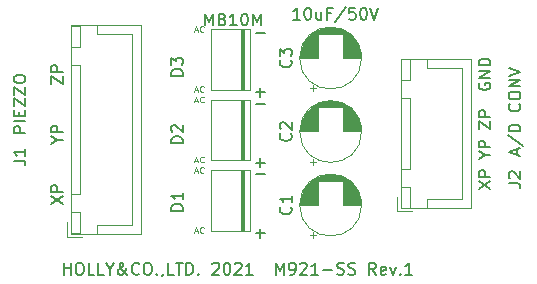
<source format=gbr>
%TF.GenerationSoftware,KiCad,Pcbnew,5.1.6-c6e7f7d~87~ubuntu18.04.1*%
%TF.CreationDate,2021-09-19T16:35:13+09:00*%
%TF.ProjectId,M921-SS,4d393231-2d53-4532-9e6b-696361645f70,1.00*%
%TF.SameCoordinates,Original*%
%TF.FileFunction,Legend,Top*%
%TF.FilePolarity,Positive*%
%FSLAX46Y46*%
G04 Gerber Fmt 4.6, Leading zero omitted, Abs format (unit mm)*
G04 Created by KiCad (PCBNEW 5.1.6-c6e7f7d~87~ubuntu18.04.1) date 2021-09-19 16:35:13*
%MOMM*%
%LPD*%
G01*
G04 APERTURE LIST*
%ADD10C,0.150000*%
%ADD11C,0.120000*%
%ADD12C,0.100000*%
%ADD13C,0.125000*%
G04 APERTURE END LIST*
D10*
X83075714Y-75382380D02*
X83075714Y-74382380D01*
X83075714Y-74858571D02*
X83647142Y-74858571D01*
X83647142Y-75382380D02*
X83647142Y-74382380D01*
X84313809Y-74382380D02*
X84504285Y-74382380D01*
X84599523Y-74430000D01*
X84694761Y-74525238D01*
X84742380Y-74715714D01*
X84742380Y-75049047D01*
X84694761Y-75239523D01*
X84599523Y-75334761D01*
X84504285Y-75382380D01*
X84313809Y-75382380D01*
X84218571Y-75334761D01*
X84123333Y-75239523D01*
X84075714Y-75049047D01*
X84075714Y-74715714D01*
X84123333Y-74525238D01*
X84218571Y-74430000D01*
X84313809Y-74382380D01*
X85647142Y-75382380D02*
X85170952Y-75382380D01*
X85170952Y-74382380D01*
X86456666Y-75382380D02*
X85980476Y-75382380D01*
X85980476Y-74382380D01*
X86980476Y-74906190D02*
X86980476Y-75382380D01*
X86647142Y-74382380D02*
X86980476Y-74906190D01*
X87313809Y-74382380D01*
X88456666Y-75382380D02*
X88409047Y-75382380D01*
X88313809Y-75334761D01*
X88170952Y-75191904D01*
X87932857Y-74906190D01*
X87837619Y-74763333D01*
X87790000Y-74620476D01*
X87790000Y-74525238D01*
X87837619Y-74430000D01*
X87932857Y-74382380D01*
X87980476Y-74382380D01*
X88075714Y-74430000D01*
X88123333Y-74525238D01*
X88123333Y-74572857D01*
X88075714Y-74668095D01*
X88028095Y-74715714D01*
X87742380Y-74906190D01*
X87694761Y-74953809D01*
X87647142Y-75049047D01*
X87647142Y-75191904D01*
X87694761Y-75287142D01*
X87742380Y-75334761D01*
X87837619Y-75382380D01*
X87980476Y-75382380D01*
X88075714Y-75334761D01*
X88123333Y-75287142D01*
X88266190Y-75096666D01*
X88313809Y-74953809D01*
X88313809Y-74858571D01*
X89456666Y-75287142D02*
X89409047Y-75334761D01*
X89266190Y-75382380D01*
X89170952Y-75382380D01*
X89028095Y-75334761D01*
X88932857Y-75239523D01*
X88885238Y-75144285D01*
X88837619Y-74953809D01*
X88837619Y-74810952D01*
X88885238Y-74620476D01*
X88932857Y-74525238D01*
X89028095Y-74430000D01*
X89170952Y-74382380D01*
X89266190Y-74382380D01*
X89409047Y-74430000D01*
X89456666Y-74477619D01*
X90075714Y-74382380D02*
X90266190Y-74382380D01*
X90361428Y-74430000D01*
X90456666Y-74525238D01*
X90504285Y-74715714D01*
X90504285Y-75049047D01*
X90456666Y-75239523D01*
X90361428Y-75334761D01*
X90266190Y-75382380D01*
X90075714Y-75382380D01*
X89980476Y-75334761D01*
X89885238Y-75239523D01*
X89837619Y-75049047D01*
X89837619Y-74715714D01*
X89885238Y-74525238D01*
X89980476Y-74430000D01*
X90075714Y-74382380D01*
X90932857Y-75287142D02*
X90980476Y-75334761D01*
X90932857Y-75382380D01*
X90885238Y-75334761D01*
X90932857Y-75287142D01*
X90932857Y-75382380D01*
X91456666Y-75334761D02*
X91456666Y-75382380D01*
X91409047Y-75477619D01*
X91361428Y-75525238D01*
X92361428Y-75382380D02*
X91885238Y-75382380D01*
X91885238Y-74382380D01*
X92551904Y-74382380D02*
X93123333Y-74382380D01*
X92837619Y-75382380D02*
X92837619Y-74382380D01*
X93456666Y-75382380D02*
X93456666Y-74382380D01*
X93694761Y-74382380D01*
X93837619Y-74430000D01*
X93932857Y-74525238D01*
X93980476Y-74620476D01*
X94028095Y-74810952D01*
X94028095Y-74953809D01*
X93980476Y-75144285D01*
X93932857Y-75239523D01*
X93837619Y-75334761D01*
X93694761Y-75382380D01*
X93456666Y-75382380D01*
X94456666Y-75287142D02*
X94504285Y-75334761D01*
X94456666Y-75382380D01*
X94409047Y-75334761D01*
X94456666Y-75287142D01*
X94456666Y-75382380D01*
X95647142Y-74477619D02*
X95694761Y-74430000D01*
X95790000Y-74382380D01*
X96028095Y-74382380D01*
X96123333Y-74430000D01*
X96170952Y-74477619D01*
X96218571Y-74572857D01*
X96218571Y-74668095D01*
X96170952Y-74810952D01*
X95599523Y-75382380D01*
X96218571Y-75382380D01*
X96837619Y-74382380D02*
X96932857Y-74382380D01*
X97028095Y-74430000D01*
X97075714Y-74477619D01*
X97123333Y-74572857D01*
X97170952Y-74763333D01*
X97170952Y-75001428D01*
X97123333Y-75191904D01*
X97075714Y-75287142D01*
X97028095Y-75334761D01*
X96932857Y-75382380D01*
X96837619Y-75382380D01*
X96742380Y-75334761D01*
X96694761Y-75287142D01*
X96647142Y-75191904D01*
X96599523Y-75001428D01*
X96599523Y-74763333D01*
X96647142Y-74572857D01*
X96694761Y-74477619D01*
X96742380Y-74430000D01*
X96837619Y-74382380D01*
X97551904Y-74477619D02*
X97599523Y-74430000D01*
X97694761Y-74382380D01*
X97932857Y-74382380D01*
X98028095Y-74430000D01*
X98075714Y-74477619D01*
X98123333Y-74572857D01*
X98123333Y-74668095D01*
X98075714Y-74810952D01*
X97504285Y-75382380D01*
X98123333Y-75382380D01*
X99075714Y-75382380D02*
X98504285Y-75382380D01*
X98789999Y-75382380D02*
X98789999Y-74382380D01*
X98694761Y-74525238D01*
X98599523Y-74620476D01*
X98504285Y-74668095D01*
X101028095Y-75382380D02*
X101028095Y-74382380D01*
X101361428Y-75096666D01*
X101694761Y-74382380D01*
X101694761Y-75382380D01*
X102218571Y-75382380D02*
X102409047Y-75382380D01*
X102504285Y-75334761D01*
X102551904Y-75287142D01*
X102647142Y-75144285D01*
X102694761Y-74953809D01*
X102694761Y-74572857D01*
X102647142Y-74477619D01*
X102599523Y-74430000D01*
X102504285Y-74382380D01*
X102313809Y-74382380D01*
X102218571Y-74430000D01*
X102170952Y-74477619D01*
X102123333Y-74572857D01*
X102123333Y-74810952D01*
X102170952Y-74906190D01*
X102218571Y-74953809D01*
X102313809Y-75001428D01*
X102504285Y-75001428D01*
X102599523Y-74953809D01*
X102647142Y-74906190D01*
X102694761Y-74810952D01*
X103075714Y-74477619D02*
X103123333Y-74430000D01*
X103218571Y-74382380D01*
X103456666Y-74382380D01*
X103551904Y-74430000D01*
X103599523Y-74477619D01*
X103647142Y-74572857D01*
X103647142Y-74668095D01*
X103599523Y-74810952D01*
X103028095Y-75382380D01*
X103647142Y-75382380D01*
X104599523Y-75382380D02*
X104028095Y-75382380D01*
X104313809Y-75382380D02*
X104313809Y-74382380D01*
X104218571Y-74525238D01*
X104123333Y-74620476D01*
X104028095Y-74668095D01*
X105028095Y-75001428D02*
X105789999Y-75001428D01*
X106218571Y-75334761D02*
X106361428Y-75382380D01*
X106599523Y-75382380D01*
X106694761Y-75334761D01*
X106742380Y-75287142D01*
X106789999Y-75191904D01*
X106789999Y-75096666D01*
X106742380Y-75001428D01*
X106694761Y-74953809D01*
X106599523Y-74906190D01*
X106409047Y-74858571D01*
X106313809Y-74810952D01*
X106266190Y-74763333D01*
X106218571Y-74668095D01*
X106218571Y-74572857D01*
X106266190Y-74477619D01*
X106313809Y-74430000D01*
X106409047Y-74382380D01*
X106647142Y-74382380D01*
X106789999Y-74430000D01*
X107170952Y-75334761D02*
X107313809Y-75382380D01*
X107551904Y-75382380D01*
X107647142Y-75334761D01*
X107694761Y-75287142D01*
X107742380Y-75191904D01*
X107742380Y-75096666D01*
X107694761Y-75001428D01*
X107647142Y-74953809D01*
X107551904Y-74906190D01*
X107361428Y-74858571D01*
X107266190Y-74810952D01*
X107218571Y-74763333D01*
X107170952Y-74668095D01*
X107170952Y-74572857D01*
X107218571Y-74477619D01*
X107266190Y-74430000D01*
X107361428Y-74382380D01*
X107599523Y-74382380D01*
X107742380Y-74430000D01*
X109504285Y-75382380D02*
X109170952Y-74906190D01*
X108932857Y-75382380D02*
X108932857Y-74382380D01*
X109313809Y-74382380D01*
X109409047Y-74430000D01*
X109456666Y-74477619D01*
X109504285Y-74572857D01*
X109504285Y-74715714D01*
X109456666Y-74810952D01*
X109409047Y-74858571D01*
X109313809Y-74906190D01*
X108932857Y-74906190D01*
X110313809Y-75334761D02*
X110218571Y-75382380D01*
X110028095Y-75382380D01*
X109932857Y-75334761D01*
X109885238Y-75239523D01*
X109885238Y-74858571D01*
X109932857Y-74763333D01*
X110028095Y-74715714D01*
X110218571Y-74715714D01*
X110313809Y-74763333D01*
X110361428Y-74858571D01*
X110361428Y-74953809D01*
X109885238Y-75049047D01*
X110694761Y-74715714D02*
X110932857Y-75382380D01*
X111170952Y-74715714D01*
X111551904Y-75287142D02*
X111599523Y-75334761D01*
X111551904Y-75382380D01*
X111504285Y-75334761D01*
X111551904Y-75287142D01*
X111551904Y-75382380D01*
X112551904Y-75382380D02*
X111980476Y-75382380D01*
X112266190Y-75382380D02*
X112266190Y-74382380D01*
X112170952Y-74525238D01*
X112075714Y-74620476D01*
X111980476Y-74668095D01*
X118245000Y-59181904D02*
X118197380Y-59277142D01*
X118197380Y-59420000D01*
X118245000Y-59562857D01*
X118340238Y-59658095D01*
X118435476Y-59705714D01*
X118625952Y-59753333D01*
X118768809Y-59753333D01*
X118959285Y-59705714D01*
X119054523Y-59658095D01*
X119149761Y-59562857D01*
X119197380Y-59420000D01*
X119197380Y-59324761D01*
X119149761Y-59181904D01*
X119102142Y-59134285D01*
X118768809Y-59134285D01*
X118768809Y-59324761D01*
X119197380Y-58705714D02*
X118197380Y-58705714D01*
X119197380Y-58134285D01*
X118197380Y-58134285D01*
X119197380Y-57658095D02*
X118197380Y-57658095D01*
X118197380Y-57420000D01*
X118245000Y-57277142D01*
X118340238Y-57181904D01*
X118435476Y-57134285D01*
X118625952Y-57086666D01*
X118768809Y-57086666D01*
X118959285Y-57134285D01*
X119054523Y-57181904D01*
X119149761Y-57277142D01*
X119197380Y-57420000D01*
X119197380Y-57658095D01*
X118197380Y-63063333D02*
X118197380Y-62396666D01*
X119197380Y-63063333D01*
X119197380Y-62396666D01*
X119197380Y-62015714D02*
X118197380Y-62015714D01*
X118197380Y-61634761D01*
X118245000Y-61539523D01*
X118292619Y-61491904D01*
X118387857Y-61444285D01*
X118530714Y-61444285D01*
X118625952Y-61491904D01*
X118673571Y-61539523D01*
X118721190Y-61634761D01*
X118721190Y-62015714D01*
X118721190Y-65270000D02*
X119197380Y-65270000D01*
X118197380Y-65603333D02*
X118721190Y-65270000D01*
X118197380Y-64936666D01*
X119197380Y-64603333D02*
X118197380Y-64603333D01*
X118197380Y-64222380D01*
X118245000Y-64127142D01*
X118292619Y-64079523D01*
X118387857Y-64031904D01*
X118530714Y-64031904D01*
X118625952Y-64079523D01*
X118673571Y-64127142D01*
X118721190Y-64222380D01*
X118721190Y-64603333D01*
X118197380Y-68143333D02*
X119197380Y-67476666D01*
X118197380Y-67476666D02*
X119197380Y-68143333D01*
X119197380Y-67095714D02*
X118197380Y-67095714D01*
X118197380Y-66714761D01*
X118245000Y-66619523D01*
X118292619Y-66571904D01*
X118387857Y-66524285D01*
X118530714Y-66524285D01*
X118625952Y-66571904D01*
X118673571Y-66619523D01*
X118721190Y-66714761D01*
X118721190Y-67095714D01*
X82002380Y-59253333D02*
X82002380Y-58586666D01*
X83002380Y-59253333D01*
X83002380Y-58586666D01*
X83002380Y-58205714D02*
X82002380Y-58205714D01*
X82002380Y-57824761D01*
X82050000Y-57729523D01*
X82097619Y-57681904D01*
X82192857Y-57634285D01*
X82335714Y-57634285D01*
X82430952Y-57681904D01*
X82478571Y-57729523D01*
X82526190Y-57824761D01*
X82526190Y-58205714D01*
X82526190Y-64000000D02*
X83002380Y-64000000D01*
X82002380Y-64333333D02*
X82526190Y-64000000D01*
X82002380Y-63666666D01*
X83002380Y-63333333D02*
X82002380Y-63333333D01*
X82002380Y-62952380D01*
X82050000Y-62857142D01*
X82097619Y-62809523D01*
X82192857Y-62761904D01*
X82335714Y-62761904D01*
X82430952Y-62809523D01*
X82478571Y-62857142D01*
X82526190Y-62952380D01*
X82526190Y-63333333D01*
X82002380Y-69413333D02*
X83002380Y-68746666D01*
X82002380Y-68746666D02*
X83002380Y-69413333D01*
X83002380Y-68365714D02*
X82002380Y-68365714D01*
X82002380Y-67984761D01*
X82050000Y-67889523D01*
X82097619Y-67841904D01*
X82192857Y-67794285D01*
X82335714Y-67794285D01*
X82430952Y-67841904D01*
X82478571Y-67889523D01*
X82526190Y-67984761D01*
X82526190Y-68365714D01*
D11*
%TO.C,J2*%
X111586000Y-69743000D02*
X117556000Y-69743000D01*
X117556000Y-69743000D02*
X117556000Y-57123000D01*
X117556000Y-57123000D02*
X111586000Y-57123000D01*
X111586000Y-57123000D02*
X111586000Y-69743000D01*
X111596000Y-66433000D02*
X112346000Y-66433000D01*
X112346000Y-66433000D02*
X112346000Y-60433000D01*
X112346000Y-60433000D02*
X111596000Y-60433000D01*
X111596000Y-60433000D02*
X111596000Y-66433000D01*
X111596000Y-69733000D02*
X112346000Y-69733000D01*
X112346000Y-69733000D02*
X112346000Y-67933000D01*
X112346000Y-67933000D02*
X111596000Y-67933000D01*
X111596000Y-67933000D02*
X111596000Y-69733000D01*
X111596000Y-58933000D02*
X112346000Y-58933000D01*
X112346000Y-58933000D02*
X112346000Y-57133000D01*
X112346000Y-57133000D02*
X111596000Y-57133000D01*
X111596000Y-57133000D02*
X111596000Y-58933000D01*
X113846000Y-69733000D02*
X113846000Y-68983000D01*
X113846000Y-68983000D02*
X116796000Y-68983000D01*
X116796000Y-68983000D02*
X116796000Y-63433000D01*
X113846000Y-57133000D02*
X113846000Y-57883000D01*
X113846000Y-57883000D02*
X116796000Y-57883000D01*
X116796000Y-57883000D02*
X116796000Y-63433000D01*
X111296000Y-68783000D02*
X111296000Y-70033000D01*
X111296000Y-70033000D02*
X112546000Y-70033000D01*
%TO.C,J1*%
X83646000Y-71902000D02*
X89616000Y-71902000D01*
X89616000Y-71902000D02*
X89616000Y-54282000D01*
X89616000Y-54282000D02*
X83646000Y-54282000D01*
X83646000Y-54282000D02*
X83646000Y-71902000D01*
X83656000Y-68592000D02*
X84406000Y-68592000D01*
X84406000Y-68592000D02*
X84406000Y-57592000D01*
X84406000Y-57592000D02*
X83656000Y-57592000D01*
X83656000Y-57592000D02*
X83656000Y-68592000D01*
X83656000Y-71892000D02*
X84406000Y-71892000D01*
X84406000Y-71892000D02*
X84406000Y-70092000D01*
X84406000Y-70092000D02*
X83656000Y-70092000D01*
X83656000Y-70092000D02*
X83656000Y-71892000D01*
X83656000Y-56092000D02*
X84406000Y-56092000D01*
X84406000Y-56092000D02*
X84406000Y-54292000D01*
X84406000Y-54292000D02*
X83656000Y-54292000D01*
X83656000Y-54292000D02*
X83656000Y-56092000D01*
X85906000Y-71892000D02*
X85906000Y-71142000D01*
X85906000Y-71142000D02*
X88856000Y-71142000D01*
X88856000Y-71142000D02*
X88856000Y-63092000D01*
X85906000Y-54292000D02*
X85906000Y-55042000D01*
X85906000Y-55042000D02*
X88856000Y-55042000D01*
X88856000Y-55042000D02*
X88856000Y-63092000D01*
X83356000Y-70942000D02*
X83356000Y-72192000D01*
X83356000Y-72192000D02*
X84606000Y-72192000D01*
%TO.C,D3*%
X95504000Y-59720000D02*
X98806000Y-59720000D01*
X98806000Y-59720000D02*
X98806000Y-54620000D01*
X98806000Y-54610000D02*
X95504000Y-54620000D01*
X95504000Y-54610000D02*
X95504000Y-59710000D01*
D12*
G36*
X98044000Y-54610000D02*
G01*
X98298000Y-54610000D01*
X98298000Y-59690000D01*
X98044000Y-59690000D01*
X98044000Y-54610000D01*
G37*
X98044000Y-54610000D02*
X98298000Y-54610000D01*
X98298000Y-59690000D01*
X98044000Y-59690000D01*
X98044000Y-54610000D01*
D11*
%TO.C,D2*%
X95504000Y-65689000D02*
X98806000Y-65689000D01*
X98806000Y-65689000D02*
X98806000Y-60589000D01*
X98806000Y-60579000D02*
X95504000Y-60589000D01*
X95504000Y-60579000D02*
X95504000Y-65679000D01*
D12*
G36*
X98044000Y-60579000D02*
G01*
X98298000Y-60579000D01*
X98298000Y-65659000D01*
X98044000Y-65659000D01*
X98044000Y-60579000D01*
G37*
X98044000Y-60579000D02*
X98298000Y-60579000D01*
X98298000Y-65659000D01*
X98044000Y-65659000D01*
X98044000Y-60579000D01*
D11*
%TO.C,D1*%
X95504000Y-71658000D02*
X98806000Y-71658000D01*
X98806000Y-71658000D02*
X98806000Y-66558000D01*
X98806000Y-66548000D02*
X95504000Y-66558000D01*
X95504000Y-66548000D02*
X95504000Y-71648000D01*
D12*
G36*
X98044000Y-66548000D02*
G01*
X98298000Y-66548000D01*
X98298000Y-71628000D01*
X98044000Y-71628000D01*
X98044000Y-66548000D01*
G37*
X98044000Y-66548000D02*
X98298000Y-66548000D01*
X98298000Y-71628000D01*
X98044000Y-71628000D01*
X98044000Y-66548000D01*
D11*
%TO.C,C3*%
X108284000Y-57039000D02*
G75*
G03*
X108284000Y-57039000I-2620000J0D01*
G01*
X106704000Y-57039000D02*
X108244000Y-57039000D01*
X103084000Y-57039000D02*
X104624000Y-57039000D01*
X106704000Y-56999000D02*
X108244000Y-56999000D01*
X103084000Y-56999000D02*
X104624000Y-56999000D01*
X103085000Y-56959000D02*
X104624000Y-56959000D01*
X106704000Y-56959000D02*
X108243000Y-56959000D01*
X103086000Y-56919000D02*
X104624000Y-56919000D01*
X106704000Y-56919000D02*
X108242000Y-56919000D01*
X103088000Y-56879000D02*
X104624000Y-56879000D01*
X106704000Y-56879000D02*
X108240000Y-56879000D01*
X103091000Y-56839000D02*
X104624000Y-56839000D01*
X106704000Y-56839000D02*
X108237000Y-56839000D01*
X103095000Y-56799000D02*
X104624000Y-56799000D01*
X106704000Y-56799000D02*
X108233000Y-56799000D01*
X103099000Y-56759000D02*
X104624000Y-56759000D01*
X106704000Y-56759000D02*
X108229000Y-56759000D01*
X103103000Y-56719000D02*
X104624000Y-56719000D01*
X106704000Y-56719000D02*
X108225000Y-56719000D01*
X103108000Y-56679000D02*
X104624000Y-56679000D01*
X106704000Y-56679000D02*
X108220000Y-56679000D01*
X103114000Y-56639000D02*
X104624000Y-56639000D01*
X106704000Y-56639000D02*
X108214000Y-56639000D01*
X103121000Y-56599000D02*
X104624000Y-56599000D01*
X106704000Y-56599000D02*
X108207000Y-56599000D01*
X103128000Y-56559000D02*
X104624000Y-56559000D01*
X106704000Y-56559000D02*
X108200000Y-56559000D01*
X103136000Y-56519000D02*
X104624000Y-56519000D01*
X106704000Y-56519000D02*
X108192000Y-56519000D01*
X103144000Y-56479000D02*
X104624000Y-56479000D01*
X106704000Y-56479000D02*
X108184000Y-56479000D01*
X103153000Y-56439000D02*
X104624000Y-56439000D01*
X106704000Y-56439000D02*
X108175000Y-56439000D01*
X103163000Y-56399000D02*
X104624000Y-56399000D01*
X106704000Y-56399000D02*
X108165000Y-56399000D01*
X103173000Y-56359000D02*
X104624000Y-56359000D01*
X106704000Y-56359000D02*
X108155000Y-56359000D01*
X103184000Y-56318000D02*
X104624000Y-56318000D01*
X106704000Y-56318000D02*
X108144000Y-56318000D01*
X103196000Y-56278000D02*
X104624000Y-56278000D01*
X106704000Y-56278000D02*
X108132000Y-56278000D01*
X103209000Y-56238000D02*
X104624000Y-56238000D01*
X106704000Y-56238000D02*
X108119000Y-56238000D01*
X103222000Y-56198000D02*
X104624000Y-56198000D01*
X106704000Y-56198000D02*
X108106000Y-56198000D01*
X103236000Y-56158000D02*
X104624000Y-56158000D01*
X106704000Y-56158000D02*
X108092000Y-56158000D01*
X103250000Y-56118000D02*
X104624000Y-56118000D01*
X106704000Y-56118000D02*
X108078000Y-56118000D01*
X103266000Y-56078000D02*
X104624000Y-56078000D01*
X106704000Y-56078000D02*
X108062000Y-56078000D01*
X103282000Y-56038000D02*
X104624000Y-56038000D01*
X106704000Y-56038000D02*
X108046000Y-56038000D01*
X103299000Y-55998000D02*
X104624000Y-55998000D01*
X106704000Y-55998000D02*
X108029000Y-55998000D01*
X103316000Y-55958000D02*
X104624000Y-55958000D01*
X106704000Y-55958000D02*
X108012000Y-55958000D01*
X103335000Y-55918000D02*
X104624000Y-55918000D01*
X106704000Y-55918000D02*
X107993000Y-55918000D01*
X103354000Y-55878000D02*
X104624000Y-55878000D01*
X106704000Y-55878000D02*
X107974000Y-55878000D01*
X103374000Y-55838000D02*
X104624000Y-55838000D01*
X106704000Y-55838000D02*
X107954000Y-55838000D01*
X103396000Y-55798000D02*
X104624000Y-55798000D01*
X106704000Y-55798000D02*
X107932000Y-55798000D01*
X103417000Y-55758000D02*
X104624000Y-55758000D01*
X106704000Y-55758000D02*
X107911000Y-55758000D01*
X103440000Y-55718000D02*
X104624000Y-55718000D01*
X106704000Y-55718000D02*
X107888000Y-55718000D01*
X103464000Y-55678000D02*
X104624000Y-55678000D01*
X106704000Y-55678000D02*
X107864000Y-55678000D01*
X103489000Y-55638000D02*
X104624000Y-55638000D01*
X106704000Y-55638000D02*
X107839000Y-55638000D01*
X103515000Y-55598000D02*
X104624000Y-55598000D01*
X106704000Y-55598000D02*
X107813000Y-55598000D01*
X103542000Y-55558000D02*
X104624000Y-55558000D01*
X106704000Y-55558000D02*
X107786000Y-55558000D01*
X103569000Y-55518000D02*
X104624000Y-55518000D01*
X106704000Y-55518000D02*
X107759000Y-55518000D01*
X103599000Y-55478000D02*
X104624000Y-55478000D01*
X106704000Y-55478000D02*
X107729000Y-55478000D01*
X103629000Y-55438000D02*
X104624000Y-55438000D01*
X106704000Y-55438000D02*
X107699000Y-55438000D01*
X103660000Y-55398000D02*
X104624000Y-55398000D01*
X106704000Y-55398000D02*
X107668000Y-55398000D01*
X103693000Y-55358000D02*
X104624000Y-55358000D01*
X106704000Y-55358000D02*
X107635000Y-55358000D01*
X103727000Y-55318000D02*
X104624000Y-55318000D01*
X106704000Y-55318000D02*
X107601000Y-55318000D01*
X103763000Y-55278000D02*
X104624000Y-55278000D01*
X106704000Y-55278000D02*
X107565000Y-55278000D01*
X103800000Y-55238000D02*
X104624000Y-55238000D01*
X106704000Y-55238000D02*
X107528000Y-55238000D01*
X103838000Y-55198000D02*
X104624000Y-55198000D01*
X106704000Y-55198000D02*
X107490000Y-55198000D01*
X103879000Y-55158000D02*
X104624000Y-55158000D01*
X106704000Y-55158000D02*
X107449000Y-55158000D01*
X103921000Y-55118000D02*
X104624000Y-55118000D01*
X106704000Y-55118000D02*
X107407000Y-55118000D01*
X103965000Y-55078000D02*
X104624000Y-55078000D01*
X106704000Y-55078000D02*
X107363000Y-55078000D01*
X104011000Y-55038000D02*
X104624000Y-55038000D01*
X106704000Y-55038000D02*
X107317000Y-55038000D01*
X104059000Y-54998000D02*
X107269000Y-54998000D01*
X104110000Y-54958000D02*
X107218000Y-54958000D01*
X104164000Y-54918000D02*
X107164000Y-54918000D01*
X104221000Y-54878000D02*
X107107000Y-54878000D01*
X104281000Y-54838000D02*
X107047000Y-54838000D01*
X104345000Y-54798000D02*
X106983000Y-54798000D01*
X104413000Y-54758000D02*
X106915000Y-54758000D01*
X104486000Y-54718000D02*
X106842000Y-54718000D01*
X104566000Y-54678000D02*
X106762000Y-54678000D01*
X104653000Y-54638000D02*
X106675000Y-54638000D01*
X104749000Y-54598000D02*
X106579000Y-54598000D01*
X104859000Y-54558000D02*
X106469000Y-54558000D01*
X104987000Y-54518000D02*
X106341000Y-54518000D01*
X105146000Y-54478000D02*
X106182000Y-54478000D01*
X105380000Y-54438000D02*
X105948000Y-54438000D01*
X104189000Y-59843775D02*
X104189000Y-59343775D01*
X103939000Y-59593775D02*
X104439000Y-59593775D01*
%TO.C,C2*%
X108284000Y-63262000D02*
G75*
G03*
X108284000Y-63262000I-2620000J0D01*
G01*
X106704000Y-63262000D02*
X108244000Y-63262000D01*
X103084000Y-63262000D02*
X104624000Y-63262000D01*
X106704000Y-63222000D02*
X108244000Y-63222000D01*
X103084000Y-63222000D02*
X104624000Y-63222000D01*
X103085000Y-63182000D02*
X104624000Y-63182000D01*
X106704000Y-63182000D02*
X108243000Y-63182000D01*
X103086000Y-63142000D02*
X104624000Y-63142000D01*
X106704000Y-63142000D02*
X108242000Y-63142000D01*
X103088000Y-63102000D02*
X104624000Y-63102000D01*
X106704000Y-63102000D02*
X108240000Y-63102000D01*
X103091000Y-63062000D02*
X104624000Y-63062000D01*
X106704000Y-63062000D02*
X108237000Y-63062000D01*
X103095000Y-63022000D02*
X104624000Y-63022000D01*
X106704000Y-63022000D02*
X108233000Y-63022000D01*
X103099000Y-62982000D02*
X104624000Y-62982000D01*
X106704000Y-62982000D02*
X108229000Y-62982000D01*
X103103000Y-62942000D02*
X104624000Y-62942000D01*
X106704000Y-62942000D02*
X108225000Y-62942000D01*
X103108000Y-62902000D02*
X104624000Y-62902000D01*
X106704000Y-62902000D02*
X108220000Y-62902000D01*
X103114000Y-62862000D02*
X104624000Y-62862000D01*
X106704000Y-62862000D02*
X108214000Y-62862000D01*
X103121000Y-62822000D02*
X104624000Y-62822000D01*
X106704000Y-62822000D02*
X108207000Y-62822000D01*
X103128000Y-62782000D02*
X104624000Y-62782000D01*
X106704000Y-62782000D02*
X108200000Y-62782000D01*
X103136000Y-62742000D02*
X104624000Y-62742000D01*
X106704000Y-62742000D02*
X108192000Y-62742000D01*
X103144000Y-62702000D02*
X104624000Y-62702000D01*
X106704000Y-62702000D02*
X108184000Y-62702000D01*
X103153000Y-62662000D02*
X104624000Y-62662000D01*
X106704000Y-62662000D02*
X108175000Y-62662000D01*
X103163000Y-62622000D02*
X104624000Y-62622000D01*
X106704000Y-62622000D02*
X108165000Y-62622000D01*
X103173000Y-62582000D02*
X104624000Y-62582000D01*
X106704000Y-62582000D02*
X108155000Y-62582000D01*
X103184000Y-62541000D02*
X104624000Y-62541000D01*
X106704000Y-62541000D02*
X108144000Y-62541000D01*
X103196000Y-62501000D02*
X104624000Y-62501000D01*
X106704000Y-62501000D02*
X108132000Y-62501000D01*
X103209000Y-62461000D02*
X104624000Y-62461000D01*
X106704000Y-62461000D02*
X108119000Y-62461000D01*
X103222000Y-62421000D02*
X104624000Y-62421000D01*
X106704000Y-62421000D02*
X108106000Y-62421000D01*
X103236000Y-62381000D02*
X104624000Y-62381000D01*
X106704000Y-62381000D02*
X108092000Y-62381000D01*
X103250000Y-62341000D02*
X104624000Y-62341000D01*
X106704000Y-62341000D02*
X108078000Y-62341000D01*
X103266000Y-62301000D02*
X104624000Y-62301000D01*
X106704000Y-62301000D02*
X108062000Y-62301000D01*
X103282000Y-62261000D02*
X104624000Y-62261000D01*
X106704000Y-62261000D02*
X108046000Y-62261000D01*
X103299000Y-62221000D02*
X104624000Y-62221000D01*
X106704000Y-62221000D02*
X108029000Y-62221000D01*
X103316000Y-62181000D02*
X104624000Y-62181000D01*
X106704000Y-62181000D02*
X108012000Y-62181000D01*
X103335000Y-62141000D02*
X104624000Y-62141000D01*
X106704000Y-62141000D02*
X107993000Y-62141000D01*
X103354000Y-62101000D02*
X104624000Y-62101000D01*
X106704000Y-62101000D02*
X107974000Y-62101000D01*
X103374000Y-62061000D02*
X104624000Y-62061000D01*
X106704000Y-62061000D02*
X107954000Y-62061000D01*
X103396000Y-62021000D02*
X104624000Y-62021000D01*
X106704000Y-62021000D02*
X107932000Y-62021000D01*
X103417000Y-61981000D02*
X104624000Y-61981000D01*
X106704000Y-61981000D02*
X107911000Y-61981000D01*
X103440000Y-61941000D02*
X104624000Y-61941000D01*
X106704000Y-61941000D02*
X107888000Y-61941000D01*
X103464000Y-61901000D02*
X104624000Y-61901000D01*
X106704000Y-61901000D02*
X107864000Y-61901000D01*
X103489000Y-61861000D02*
X104624000Y-61861000D01*
X106704000Y-61861000D02*
X107839000Y-61861000D01*
X103515000Y-61821000D02*
X104624000Y-61821000D01*
X106704000Y-61821000D02*
X107813000Y-61821000D01*
X103542000Y-61781000D02*
X104624000Y-61781000D01*
X106704000Y-61781000D02*
X107786000Y-61781000D01*
X103569000Y-61741000D02*
X104624000Y-61741000D01*
X106704000Y-61741000D02*
X107759000Y-61741000D01*
X103599000Y-61701000D02*
X104624000Y-61701000D01*
X106704000Y-61701000D02*
X107729000Y-61701000D01*
X103629000Y-61661000D02*
X104624000Y-61661000D01*
X106704000Y-61661000D02*
X107699000Y-61661000D01*
X103660000Y-61621000D02*
X104624000Y-61621000D01*
X106704000Y-61621000D02*
X107668000Y-61621000D01*
X103693000Y-61581000D02*
X104624000Y-61581000D01*
X106704000Y-61581000D02*
X107635000Y-61581000D01*
X103727000Y-61541000D02*
X104624000Y-61541000D01*
X106704000Y-61541000D02*
X107601000Y-61541000D01*
X103763000Y-61501000D02*
X104624000Y-61501000D01*
X106704000Y-61501000D02*
X107565000Y-61501000D01*
X103800000Y-61461000D02*
X104624000Y-61461000D01*
X106704000Y-61461000D02*
X107528000Y-61461000D01*
X103838000Y-61421000D02*
X104624000Y-61421000D01*
X106704000Y-61421000D02*
X107490000Y-61421000D01*
X103879000Y-61381000D02*
X104624000Y-61381000D01*
X106704000Y-61381000D02*
X107449000Y-61381000D01*
X103921000Y-61341000D02*
X104624000Y-61341000D01*
X106704000Y-61341000D02*
X107407000Y-61341000D01*
X103965000Y-61301000D02*
X104624000Y-61301000D01*
X106704000Y-61301000D02*
X107363000Y-61301000D01*
X104011000Y-61261000D02*
X104624000Y-61261000D01*
X106704000Y-61261000D02*
X107317000Y-61261000D01*
X104059000Y-61221000D02*
X107269000Y-61221000D01*
X104110000Y-61181000D02*
X107218000Y-61181000D01*
X104164000Y-61141000D02*
X107164000Y-61141000D01*
X104221000Y-61101000D02*
X107107000Y-61101000D01*
X104281000Y-61061000D02*
X107047000Y-61061000D01*
X104345000Y-61021000D02*
X106983000Y-61021000D01*
X104413000Y-60981000D02*
X106915000Y-60981000D01*
X104486000Y-60941000D02*
X106842000Y-60941000D01*
X104566000Y-60901000D02*
X106762000Y-60901000D01*
X104653000Y-60861000D02*
X106675000Y-60861000D01*
X104749000Y-60821000D02*
X106579000Y-60821000D01*
X104859000Y-60781000D02*
X106469000Y-60781000D01*
X104987000Y-60741000D02*
X106341000Y-60741000D01*
X105146000Y-60701000D02*
X106182000Y-60701000D01*
X105380000Y-60661000D02*
X105948000Y-60661000D01*
X104189000Y-66066775D02*
X104189000Y-65566775D01*
X103939000Y-65816775D02*
X104439000Y-65816775D01*
%TO.C,C1*%
X108284000Y-69485000D02*
G75*
G03*
X108284000Y-69485000I-2620000J0D01*
G01*
X106704000Y-69485000D02*
X108244000Y-69485000D01*
X103084000Y-69485000D02*
X104624000Y-69485000D01*
X106704000Y-69445000D02*
X108244000Y-69445000D01*
X103084000Y-69445000D02*
X104624000Y-69445000D01*
X103085000Y-69405000D02*
X104624000Y-69405000D01*
X106704000Y-69405000D02*
X108243000Y-69405000D01*
X103086000Y-69365000D02*
X104624000Y-69365000D01*
X106704000Y-69365000D02*
X108242000Y-69365000D01*
X103088000Y-69325000D02*
X104624000Y-69325000D01*
X106704000Y-69325000D02*
X108240000Y-69325000D01*
X103091000Y-69285000D02*
X104624000Y-69285000D01*
X106704000Y-69285000D02*
X108237000Y-69285000D01*
X103095000Y-69245000D02*
X104624000Y-69245000D01*
X106704000Y-69245000D02*
X108233000Y-69245000D01*
X103099000Y-69205000D02*
X104624000Y-69205000D01*
X106704000Y-69205000D02*
X108229000Y-69205000D01*
X103103000Y-69165000D02*
X104624000Y-69165000D01*
X106704000Y-69165000D02*
X108225000Y-69165000D01*
X103108000Y-69125000D02*
X104624000Y-69125000D01*
X106704000Y-69125000D02*
X108220000Y-69125000D01*
X103114000Y-69085000D02*
X104624000Y-69085000D01*
X106704000Y-69085000D02*
X108214000Y-69085000D01*
X103121000Y-69045000D02*
X104624000Y-69045000D01*
X106704000Y-69045000D02*
X108207000Y-69045000D01*
X103128000Y-69005000D02*
X104624000Y-69005000D01*
X106704000Y-69005000D02*
X108200000Y-69005000D01*
X103136000Y-68965000D02*
X104624000Y-68965000D01*
X106704000Y-68965000D02*
X108192000Y-68965000D01*
X103144000Y-68925000D02*
X104624000Y-68925000D01*
X106704000Y-68925000D02*
X108184000Y-68925000D01*
X103153000Y-68885000D02*
X104624000Y-68885000D01*
X106704000Y-68885000D02*
X108175000Y-68885000D01*
X103163000Y-68845000D02*
X104624000Y-68845000D01*
X106704000Y-68845000D02*
X108165000Y-68845000D01*
X103173000Y-68805000D02*
X104624000Y-68805000D01*
X106704000Y-68805000D02*
X108155000Y-68805000D01*
X103184000Y-68764000D02*
X104624000Y-68764000D01*
X106704000Y-68764000D02*
X108144000Y-68764000D01*
X103196000Y-68724000D02*
X104624000Y-68724000D01*
X106704000Y-68724000D02*
X108132000Y-68724000D01*
X103209000Y-68684000D02*
X104624000Y-68684000D01*
X106704000Y-68684000D02*
X108119000Y-68684000D01*
X103222000Y-68644000D02*
X104624000Y-68644000D01*
X106704000Y-68644000D02*
X108106000Y-68644000D01*
X103236000Y-68604000D02*
X104624000Y-68604000D01*
X106704000Y-68604000D02*
X108092000Y-68604000D01*
X103250000Y-68564000D02*
X104624000Y-68564000D01*
X106704000Y-68564000D02*
X108078000Y-68564000D01*
X103266000Y-68524000D02*
X104624000Y-68524000D01*
X106704000Y-68524000D02*
X108062000Y-68524000D01*
X103282000Y-68484000D02*
X104624000Y-68484000D01*
X106704000Y-68484000D02*
X108046000Y-68484000D01*
X103299000Y-68444000D02*
X104624000Y-68444000D01*
X106704000Y-68444000D02*
X108029000Y-68444000D01*
X103316000Y-68404000D02*
X104624000Y-68404000D01*
X106704000Y-68404000D02*
X108012000Y-68404000D01*
X103335000Y-68364000D02*
X104624000Y-68364000D01*
X106704000Y-68364000D02*
X107993000Y-68364000D01*
X103354000Y-68324000D02*
X104624000Y-68324000D01*
X106704000Y-68324000D02*
X107974000Y-68324000D01*
X103374000Y-68284000D02*
X104624000Y-68284000D01*
X106704000Y-68284000D02*
X107954000Y-68284000D01*
X103396000Y-68244000D02*
X104624000Y-68244000D01*
X106704000Y-68244000D02*
X107932000Y-68244000D01*
X103417000Y-68204000D02*
X104624000Y-68204000D01*
X106704000Y-68204000D02*
X107911000Y-68204000D01*
X103440000Y-68164000D02*
X104624000Y-68164000D01*
X106704000Y-68164000D02*
X107888000Y-68164000D01*
X103464000Y-68124000D02*
X104624000Y-68124000D01*
X106704000Y-68124000D02*
X107864000Y-68124000D01*
X103489000Y-68084000D02*
X104624000Y-68084000D01*
X106704000Y-68084000D02*
X107839000Y-68084000D01*
X103515000Y-68044000D02*
X104624000Y-68044000D01*
X106704000Y-68044000D02*
X107813000Y-68044000D01*
X103542000Y-68004000D02*
X104624000Y-68004000D01*
X106704000Y-68004000D02*
X107786000Y-68004000D01*
X103569000Y-67964000D02*
X104624000Y-67964000D01*
X106704000Y-67964000D02*
X107759000Y-67964000D01*
X103599000Y-67924000D02*
X104624000Y-67924000D01*
X106704000Y-67924000D02*
X107729000Y-67924000D01*
X103629000Y-67884000D02*
X104624000Y-67884000D01*
X106704000Y-67884000D02*
X107699000Y-67884000D01*
X103660000Y-67844000D02*
X104624000Y-67844000D01*
X106704000Y-67844000D02*
X107668000Y-67844000D01*
X103693000Y-67804000D02*
X104624000Y-67804000D01*
X106704000Y-67804000D02*
X107635000Y-67804000D01*
X103727000Y-67764000D02*
X104624000Y-67764000D01*
X106704000Y-67764000D02*
X107601000Y-67764000D01*
X103763000Y-67724000D02*
X104624000Y-67724000D01*
X106704000Y-67724000D02*
X107565000Y-67724000D01*
X103800000Y-67684000D02*
X104624000Y-67684000D01*
X106704000Y-67684000D02*
X107528000Y-67684000D01*
X103838000Y-67644000D02*
X104624000Y-67644000D01*
X106704000Y-67644000D02*
X107490000Y-67644000D01*
X103879000Y-67604000D02*
X104624000Y-67604000D01*
X106704000Y-67604000D02*
X107449000Y-67604000D01*
X103921000Y-67564000D02*
X104624000Y-67564000D01*
X106704000Y-67564000D02*
X107407000Y-67564000D01*
X103965000Y-67524000D02*
X104624000Y-67524000D01*
X106704000Y-67524000D02*
X107363000Y-67524000D01*
X104011000Y-67484000D02*
X104624000Y-67484000D01*
X106704000Y-67484000D02*
X107317000Y-67484000D01*
X104059000Y-67444000D02*
X107269000Y-67444000D01*
X104110000Y-67404000D02*
X107218000Y-67404000D01*
X104164000Y-67364000D02*
X107164000Y-67364000D01*
X104221000Y-67324000D02*
X107107000Y-67324000D01*
X104281000Y-67284000D02*
X107047000Y-67284000D01*
X104345000Y-67244000D02*
X106983000Y-67244000D01*
X104413000Y-67204000D02*
X106915000Y-67204000D01*
X104486000Y-67164000D02*
X106842000Y-67164000D01*
X104566000Y-67124000D02*
X106762000Y-67124000D01*
X104653000Y-67084000D02*
X106675000Y-67084000D01*
X104749000Y-67044000D02*
X106579000Y-67044000D01*
X104859000Y-67004000D02*
X106469000Y-67004000D01*
X104987000Y-66964000D02*
X106341000Y-66964000D01*
X105146000Y-66924000D02*
X106182000Y-66924000D01*
X105380000Y-66884000D02*
X105948000Y-66884000D01*
X104189000Y-72289775D02*
X104189000Y-71789775D01*
X103939000Y-72039775D02*
X104439000Y-72039775D01*
%TO.C,J2*%
D10*
X121451666Y-65214047D02*
X121451666Y-64737857D01*
X121737380Y-65309285D02*
X120737380Y-64975952D01*
X121737380Y-64642619D01*
X120689761Y-63595000D02*
X121975476Y-64452142D01*
X121737380Y-63261666D02*
X120737380Y-63261666D01*
X120737380Y-63023571D01*
X120785000Y-62880714D01*
X120880238Y-62785476D01*
X120975476Y-62737857D01*
X121165952Y-62690238D01*
X121308809Y-62690238D01*
X121499285Y-62737857D01*
X121594523Y-62785476D01*
X121689761Y-62880714D01*
X121737380Y-63023571D01*
X121737380Y-63261666D01*
X121642142Y-60928333D02*
X121689761Y-60975952D01*
X121737380Y-61118809D01*
X121737380Y-61214047D01*
X121689761Y-61356904D01*
X121594523Y-61452142D01*
X121499285Y-61499761D01*
X121308809Y-61547380D01*
X121165952Y-61547380D01*
X120975476Y-61499761D01*
X120880238Y-61452142D01*
X120785000Y-61356904D01*
X120737380Y-61214047D01*
X120737380Y-61118809D01*
X120785000Y-60975952D01*
X120832619Y-60928333D01*
X120737380Y-60309285D02*
X120737380Y-60118809D01*
X120785000Y-60023571D01*
X120880238Y-59928333D01*
X121070714Y-59880714D01*
X121404047Y-59880714D01*
X121594523Y-59928333D01*
X121689761Y-60023571D01*
X121737380Y-60118809D01*
X121737380Y-60309285D01*
X121689761Y-60404523D01*
X121594523Y-60499761D01*
X121404047Y-60547380D01*
X121070714Y-60547380D01*
X120880238Y-60499761D01*
X120785000Y-60404523D01*
X120737380Y-60309285D01*
X121737380Y-59452142D02*
X120737380Y-59452142D01*
X121737380Y-58880714D01*
X120737380Y-58880714D01*
X120737380Y-58547380D02*
X121737380Y-58214047D01*
X120737380Y-57880714D01*
X120737380Y-67643333D02*
X121451666Y-67643333D01*
X121594523Y-67690952D01*
X121689761Y-67786190D01*
X121737380Y-67929047D01*
X121737380Y-68024285D01*
X120832619Y-67214761D02*
X120785000Y-67167142D01*
X120737380Y-67071904D01*
X120737380Y-66833809D01*
X120785000Y-66738571D01*
X120832619Y-66690952D01*
X120927857Y-66643333D01*
X121023095Y-66643333D01*
X121165952Y-66690952D01*
X121737380Y-67262380D01*
X121737380Y-66643333D01*
%TO.C,J1*%
X78827380Y-65738333D02*
X79541666Y-65738333D01*
X79684523Y-65785952D01*
X79779761Y-65881190D01*
X79827380Y-66024047D01*
X79827380Y-66119285D01*
X79827380Y-64738333D02*
X79827380Y-65309761D01*
X79827380Y-65024047D02*
X78827380Y-65024047D01*
X78970238Y-65119285D01*
X79065476Y-65214523D01*
X79113095Y-65309761D01*
X79827380Y-63388571D02*
X78827380Y-63388571D01*
X78827380Y-63007619D01*
X78875000Y-62912380D01*
X78922619Y-62864761D01*
X79017857Y-62817142D01*
X79160714Y-62817142D01*
X79255952Y-62864761D01*
X79303571Y-62912380D01*
X79351190Y-63007619D01*
X79351190Y-63388571D01*
X79827380Y-62388571D02*
X78827380Y-62388571D01*
X79303571Y-61912380D02*
X79303571Y-61579047D01*
X79827380Y-61436190D02*
X79827380Y-61912380D01*
X78827380Y-61912380D01*
X78827380Y-61436190D01*
X78827380Y-61102857D02*
X78827380Y-60436190D01*
X79827380Y-61102857D01*
X79827380Y-60436190D01*
X78827380Y-60150476D02*
X78827380Y-59483809D01*
X79827380Y-60150476D01*
X79827380Y-59483809D01*
X78827380Y-58912380D02*
X78827380Y-58721904D01*
X78875000Y-58626666D01*
X78970238Y-58531428D01*
X79160714Y-58483809D01*
X79494047Y-58483809D01*
X79684523Y-58531428D01*
X79779761Y-58626666D01*
X79827380Y-58721904D01*
X79827380Y-58912380D01*
X79779761Y-59007619D01*
X79684523Y-59102857D01*
X79494047Y-59150476D01*
X79160714Y-59150476D01*
X78970238Y-59102857D01*
X78875000Y-59007619D01*
X78827380Y-58912380D01*
%TO.C,D3*%
X93162380Y-58523095D02*
X92162380Y-58523095D01*
X92162380Y-58285000D01*
X92210000Y-58142142D01*
X92305238Y-58046904D01*
X92400476Y-57999285D01*
X92590952Y-57951666D01*
X92733809Y-57951666D01*
X92924285Y-57999285D01*
X93019523Y-58046904D01*
X93114761Y-58142142D01*
X93162380Y-58285000D01*
X93162380Y-58523095D01*
X92162380Y-57618333D02*
X92162380Y-56999285D01*
X92543333Y-57332619D01*
X92543333Y-57189761D01*
X92590952Y-57094523D01*
X92638571Y-57046904D01*
X92733809Y-56999285D01*
X92971904Y-56999285D01*
X93067142Y-57046904D01*
X93114761Y-57094523D01*
X93162380Y-57189761D01*
X93162380Y-57475476D01*
X93114761Y-57570714D01*
X93067142Y-57618333D01*
X95037857Y-54272380D02*
X95037857Y-53272380D01*
X95371190Y-53986666D01*
X95704523Y-53272380D01*
X95704523Y-54272380D01*
X96514047Y-53748571D02*
X96656904Y-53796190D01*
X96704523Y-53843809D01*
X96752142Y-53939047D01*
X96752142Y-54081904D01*
X96704523Y-54177142D01*
X96656904Y-54224761D01*
X96561666Y-54272380D01*
X96180714Y-54272380D01*
X96180714Y-53272380D01*
X96514047Y-53272380D01*
X96609285Y-53320000D01*
X96656904Y-53367619D01*
X96704523Y-53462857D01*
X96704523Y-53558095D01*
X96656904Y-53653333D01*
X96609285Y-53700952D01*
X96514047Y-53748571D01*
X96180714Y-53748571D01*
X97704523Y-54272380D02*
X97133095Y-54272380D01*
X97418809Y-54272380D02*
X97418809Y-53272380D01*
X97323571Y-53415238D01*
X97228333Y-53510476D01*
X97133095Y-53558095D01*
X98323571Y-53272380D02*
X98418809Y-53272380D01*
X98514047Y-53320000D01*
X98561666Y-53367619D01*
X98609285Y-53462857D01*
X98656904Y-53653333D01*
X98656904Y-53891428D01*
X98609285Y-54081904D01*
X98561666Y-54177142D01*
X98514047Y-54224761D01*
X98418809Y-54272380D01*
X98323571Y-54272380D01*
X98228333Y-54224761D01*
X98180714Y-54177142D01*
X98133095Y-54081904D01*
X98085476Y-53891428D01*
X98085476Y-53653333D01*
X98133095Y-53462857D01*
X98180714Y-53367619D01*
X98228333Y-53320000D01*
X98323571Y-53272380D01*
X99085476Y-54272380D02*
X99085476Y-53272380D01*
X99418809Y-53986666D01*
X99752142Y-53272380D01*
X99752142Y-54272380D01*
D13*
X94182452Y-54693333D02*
X94420547Y-54693333D01*
X94134833Y-54836190D02*
X94301500Y-54336190D01*
X94468166Y-54836190D01*
X94920547Y-54788571D02*
X94896738Y-54812380D01*
X94825309Y-54836190D01*
X94777690Y-54836190D01*
X94706261Y-54812380D01*
X94658642Y-54764761D01*
X94634833Y-54717142D01*
X94611023Y-54621904D01*
X94611023Y-54550476D01*
X94634833Y-54455238D01*
X94658642Y-54407619D01*
X94706261Y-54360000D01*
X94777690Y-54336190D01*
X94825309Y-54336190D01*
X94896738Y-54360000D01*
X94920547Y-54383809D01*
X94182452Y-59773333D02*
X94420547Y-59773333D01*
X94134833Y-59916190D02*
X94301500Y-59416190D01*
X94468166Y-59916190D01*
X94920547Y-59868571D02*
X94896738Y-59892380D01*
X94825309Y-59916190D01*
X94777690Y-59916190D01*
X94706261Y-59892380D01*
X94658642Y-59844761D01*
X94634833Y-59797142D01*
X94611023Y-59701904D01*
X94611023Y-59630476D01*
X94634833Y-59535238D01*
X94658642Y-59487619D01*
X94706261Y-59440000D01*
X94777690Y-59416190D01*
X94825309Y-59416190D01*
X94896738Y-59440000D01*
X94920547Y-59463809D01*
D10*
X99314047Y-54935428D02*
X100075952Y-54935428D01*
X99314047Y-59951928D02*
X100075952Y-59951928D01*
X99695000Y-60332880D02*
X99695000Y-59570976D01*
%TO.C,D2*%
X93162380Y-64238095D02*
X92162380Y-64238095D01*
X92162380Y-64000000D01*
X92210000Y-63857142D01*
X92305238Y-63761904D01*
X92400476Y-63714285D01*
X92590952Y-63666666D01*
X92733809Y-63666666D01*
X92924285Y-63714285D01*
X93019523Y-63761904D01*
X93114761Y-63857142D01*
X93162380Y-64000000D01*
X93162380Y-64238095D01*
X92257619Y-63285714D02*
X92210000Y-63238095D01*
X92162380Y-63142857D01*
X92162380Y-62904761D01*
X92210000Y-62809523D01*
X92257619Y-62761904D01*
X92352857Y-62714285D01*
X92448095Y-62714285D01*
X92590952Y-62761904D01*
X93162380Y-63333333D01*
X93162380Y-62714285D01*
D13*
X94182452Y-60662333D02*
X94420547Y-60662333D01*
X94134833Y-60805190D02*
X94301500Y-60305190D01*
X94468166Y-60805190D01*
X94920547Y-60757571D02*
X94896738Y-60781380D01*
X94825309Y-60805190D01*
X94777690Y-60805190D01*
X94706261Y-60781380D01*
X94658642Y-60733761D01*
X94634833Y-60686142D01*
X94611023Y-60590904D01*
X94611023Y-60519476D01*
X94634833Y-60424238D01*
X94658642Y-60376619D01*
X94706261Y-60329000D01*
X94777690Y-60305190D01*
X94825309Y-60305190D01*
X94896738Y-60329000D01*
X94920547Y-60352809D01*
X94182452Y-65742333D02*
X94420547Y-65742333D01*
X94134833Y-65885190D02*
X94301500Y-65385190D01*
X94468166Y-65885190D01*
X94920547Y-65837571D02*
X94896738Y-65861380D01*
X94825309Y-65885190D01*
X94777690Y-65885190D01*
X94706261Y-65861380D01*
X94658642Y-65813761D01*
X94634833Y-65766142D01*
X94611023Y-65670904D01*
X94611023Y-65599476D01*
X94634833Y-65504238D01*
X94658642Y-65456619D01*
X94706261Y-65409000D01*
X94777690Y-65385190D01*
X94825309Y-65385190D01*
X94896738Y-65409000D01*
X94920547Y-65432809D01*
D10*
X99314047Y-60904428D02*
X100075952Y-60904428D01*
X99314047Y-65920928D02*
X100075952Y-65920928D01*
X99695000Y-66301880D02*
X99695000Y-65539976D01*
%TO.C,D1*%
X93162380Y-69953095D02*
X92162380Y-69953095D01*
X92162380Y-69715000D01*
X92210000Y-69572142D01*
X92305238Y-69476904D01*
X92400476Y-69429285D01*
X92590952Y-69381666D01*
X92733809Y-69381666D01*
X92924285Y-69429285D01*
X93019523Y-69476904D01*
X93114761Y-69572142D01*
X93162380Y-69715000D01*
X93162380Y-69953095D01*
X93162380Y-68429285D02*
X93162380Y-69000714D01*
X93162380Y-68715000D02*
X92162380Y-68715000D01*
X92305238Y-68810238D01*
X92400476Y-68905476D01*
X92448095Y-69000714D01*
D13*
X94182452Y-66631333D02*
X94420547Y-66631333D01*
X94134833Y-66774190D02*
X94301500Y-66274190D01*
X94468166Y-66774190D01*
X94920547Y-66726571D02*
X94896738Y-66750380D01*
X94825309Y-66774190D01*
X94777690Y-66774190D01*
X94706261Y-66750380D01*
X94658642Y-66702761D01*
X94634833Y-66655142D01*
X94611023Y-66559904D01*
X94611023Y-66488476D01*
X94634833Y-66393238D01*
X94658642Y-66345619D01*
X94706261Y-66298000D01*
X94777690Y-66274190D01*
X94825309Y-66274190D01*
X94896738Y-66298000D01*
X94920547Y-66321809D01*
X94182452Y-71711333D02*
X94420547Y-71711333D01*
X94134833Y-71854190D02*
X94301500Y-71354190D01*
X94468166Y-71854190D01*
X94920547Y-71806571D02*
X94896738Y-71830380D01*
X94825309Y-71854190D01*
X94777690Y-71854190D01*
X94706261Y-71830380D01*
X94658642Y-71782761D01*
X94634833Y-71735142D01*
X94611023Y-71639904D01*
X94611023Y-71568476D01*
X94634833Y-71473238D01*
X94658642Y-71425619D01*
X94706261Y-71378000D01*
X94777690Y-71354190D01*
X94825309Y-71354190D01*
X94896738Y-71378000D01*
X94920547Y-71401809D01*
D10*
X99314047Y-66873428D02*
X100075952Y-66873428D01*
X99314047Y-71889928D02*
X100075952Y-71889928D01*
X99695000Y-72270880D02*
X99695000Y-71508976D01*
%TO.C,C3*%
X102271142Y-57205666D02*
X102318761Y-57253285D01*
X102366380Y-57396142D01*
X102366380Y-57491380D01*
X102318761Y-57634238D01*
X102223523Y-57729476D01*
X102128285Y-57777095D01*
X101937809Y-57824714D01*
X101794952Y-57824714D01*
X101604476Y-57777095D01*
X101509238Y-57729476D01*
X101414000Y-57634238D01*
X101366380Y-57491380D01*
X101366380Y-57396142D01*
X101414000Y-57253285D01*
X101461619Y-57205666D01*
X101366380Y-56872333D02*
X101366380Y-56253285D01*
X101747333Y-56586619D01*
X101747333Y-56443761D01*
X101794952Y-56348523D01*
X101842571Y-56300904D01*
X101937809Y-56253285D01*
X102175904Y-56253285D01*
X102271142Y-56300904D01*
X102318761Y-56348523D01*
X102366380Y-56443761D01*
X102366380Y-56729476D01*
X102318761Y-56824714D01*
X102271142Y-56872333D01*
X103068809Y-53792380D02*
X102497380Y-53792380D01*
X102783095Y-53792380D02*
X102783095Y-52792380D01*
X102687857Y-52935238D01*
X102592619Y-53030476D01*
X102497380Y-53078095D01*
X103687857Y-52792380D02*
X103783095Y-52792380D01*
X103878333Y-52840000D01*
X103925952Y-52887619D01*
X103973571Y-52982857D01*
X104021190Y-53173333D01*
X104021190Y-53411428D01*
X103973571Y-53601904D01*
X103925952Y-53697142D01*
X103878333Y-53744761D01*
X103783095Y-53792380D01*
X103687857Y-53792380D01*
X103592619Y-53744761D01*
X103545000Y-53697142D01*
X103497380Y-53601904D01*
X103449761Y-53411428D01*
X103449761Y-53173333D01*
X103497380Y-52982857D01*
X103545000Y-52887619D01*
X103592619Y-52840000D01*
X103687857Y-52792380D01*
X104878333Y-53125714D02*
X104878333Y-53792380D01*
X104449761Y-53125714D02*
X104449761Y-53649523D01*
X104497380Y-53744761D01*
X104592619Y-53792380D01*
X104735476Y-53792380D01*
X104830714Y-53744761D01*
X104878333Y-53697142D01*
X105687857Y-53268571D02*
X105354523Y-53268571D01*
X105354523Y-53792380D02*
X105354523Y-52792380D01*
X105830714Y-52792380D01*
X106925952Y-52744761D02*
X106068809Y-54030476D01*
X107735476Y-52792380D02*
X107259285Y-52792380D01*
X107211666Y-53268571D01*
X107259285Y-53220952D01*
X107354523Y-53173333D01*
X107592619Y-53173333D01*
X107687857Y-53220952D01*
X107735476Y-53268571D01*
X107783095Y-53363809D01*
X107783095Y-53601904D01*
X107735476Y-53697142D01*
X107687857Y-53744761D01*
X107592619Y-53792380D01*
X107354523Y-53792380D01*
X107259285Y-53744761D01*
X107211666Y-53697142D01*
X108402142Y-52792380D02*
X108497380Y-52792380D01*
X108592619Y-52840000D01*
X108640238Y-52887619D01*
X108687857Y-52982857D01*
X108735476Y-53173333D01*
X108735476Y-53411428D01*
X108687857Y-53601904D01*
X108640238Y-53697142D01*
X108592619Y-53744761D01*
X108497380Y-53792380D01*
X108402142Y-53792380D01*
X108306904Y-53744761D01*
X108259285Y-53697142D01*
X108211666Y-53601904D01*
X108164047Y-53411428D01*
X108164047Y-53173333D01*
X108211666Y-52982857D01*
X108259285Y-52887619D01*
X108306904Y-52840000D01*
X108402142Y-52792380D01*
X109021190Y-52792380D02*
X109354523Y-53792380D01*
X109687857Y-52792380D01*
%TO.C,C2*%
X102271142Y-63428666D02*
X102318761Y-63476285D01*
X102366380Y-63619142D01*
X102366380Y-63714380D01*
X102318761Y-63857238D01*
X102223523Y-63952476D01*
X102128285Y-64000095D01*
X101937809Y-64047714D01*
X101794952Y-64047714D01*
X101604476Y-64000095D01*
X101509238Y-63952476D01*
X101414000Y-63857238D01*
X101366380Y-63714380D01*
X101366380Y-63619142D01*
X101414000Y-63476285D01*
X101461619Y-63428666D01*
X101461619Y-63047714D02*
X101414000Y-63000095D01*
X101366380Y-62904857D01*
X101366380Y-62666761D01*
X101414000Y-62571523D01*
X101461619Y-62523904D01*
X101556857Y-62476285D01*
X101652095Y-62476285D01*
X101794952Y-62523904D01*
X102366380Y-63095333D01*
X102366380Y-62476285D01*
%TO.C,C1*%
X102271142Y-69651666D02*
X102318761Y-69699285D01*
X102366380Y-69842142D01*
X102366380Y-69937380D01*
X102318761Y-70080238D01*
X102223523Y-70175476D01*
X102128285Y-70223095D01*
X101937809Y-70270714D01*
X101794952Y-70270714D01*
X101604476Y-70223095D01*
X101509238Y-70175476D01*
X101414000Y-70080238D01*
X101366380Y-69937380D01*
X101366380Y-69842142D01*
X101414000Y-69699285D01*
X101461619Y-69651666D01*
X102366380Y-68699285D02*
X102366380Y-69270714D01*
X102366380Y-68985000D02*
X101366380Y-68985000D01*
X101509238Y-69080238D01*
X101604476Y-69175476D01*
X101652095Y-69270714D01*
%TD*%
M02*

</source>
